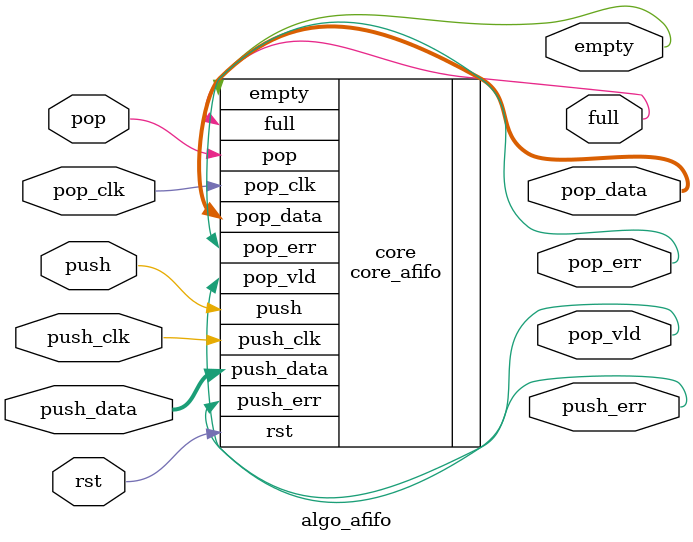
<source format=v>
module algo_afifo (
                   rst, 
                   push_clk, push, push_data, push_err,
                   pop_clk, pop, pop_data, pop_vld, pop_err,
                   empty, full
);

  parameter WIDTH   = 32;
  parameter NUMWRDS = 16;
  parameter BITAPTR =  4;

  input rst;

  input push_clk;
  input push;
  input [WIDTH-1:0] push_data;
  output push_err;

  input pop_clk;
  input pop;
  output [WIDTH-1:0] pop_data;
  output pop_vld;
  output pop_err;

  output full;
  output empty;


  core_afifo #(
               .WIDTH (WIDTH),
               .NUMWRDS (NUMWRDS),
               .BITAPTR(BITAPTR)
               )
  core (
        /*AUTOINST*/
        // Outputs
        .push_err                       (push_err),
        .pop_data                       (pop_data),
        .pop_vld                        (pop_vld),
        .pop_err                        (pop_err),
        .full                           (full),
        .empty                          (empty),
        // Inputs
        .rst                            (rst),
        .push_clk                       (push_clk),
        .push                           (push),
        .push_data                      (push_data[WIDTH-1:0]),
        .pop_clk                        (pop_clk),
        .pop                            (pop));
  

`ifdef FORMAL

  ip_top_sva_afifo #(
                     .WIDTH (WIDTH),
                     .NUMWRDS (NUMWRDS),
                     .BITAPTR(BITAPTR)
                     )
  ip_top_sva (.*);

  ip_top_sva_2_afifo #(
                       .WIDTH (WIDTH),
                       .NUMWRDS (NUMWRDS),
                       .BITAPTR(BITAPTR)
                       )
  ip_top_sva_2 (.*);

`elsif SIM_SVA
  // TBD tie off select_addr here?
  ip_top_sva_afifo #(
                     .WIDTH (WIDTH),
                     .NUMWRDS (NUMWRDS),
                     .BITAPTR(BITAPTR)
                     )
  ip_top_sva (.*);

  ip_top_sva_2_afifo #(
                       .WIDTH (WIDTH),
                       .NUMWRDS (NUMWRDS),
                       .BITAPTR(BITAPTR)
                      )
  ip_top_sva_2 (.*);
`endif

endmodule // algo_afifo


</source>
